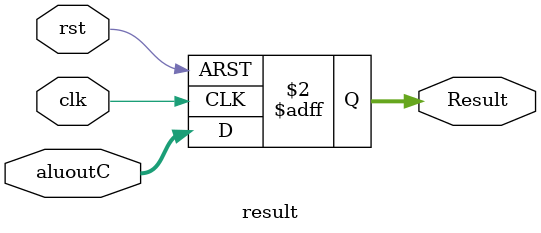
<source format=v>
module result( clk, rst, aluoutC, Result );

  input              clk;
  input              rst;
  input       [31:0] aluoutC;
  output reg  [31:0] Result;

  always @(posedge clk, posedge rst)
    if (rst) 
      Result <= 32'h0000_0000;
    else
      Result <= aluoutC;
      
endmodule


</source>
